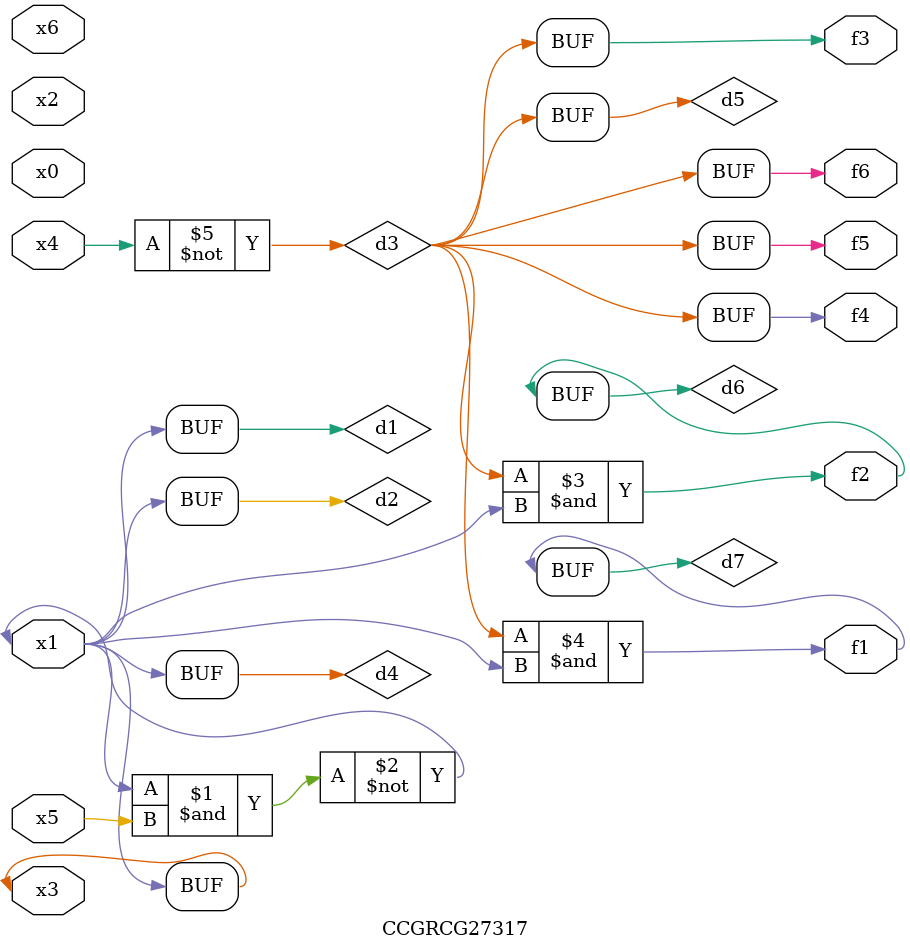
<source format=v>
module CCGRCG27317(
	input x0, x1, x2, x3, x4, x5, x6,
	output f1, f2, f3, f4, f5, f6
);

	wire d1, d2, d3, d4, d5, d6, d7;

	buf (d1, x1, x3);
	nand (d2, x1, x5);
	not (d3, x4);
	buf (d4, d1, d2);
	buf (d5, d3);
	and (d6, d3, d4);
	and (d7, d3, d4);
	assign f1 = d7;
	assign f2 = d6;
	assign f3 = d5;
	assign f4 = d5;
	assign f5 = d5;
	assign f6 = d5;
endmodule

</source>
